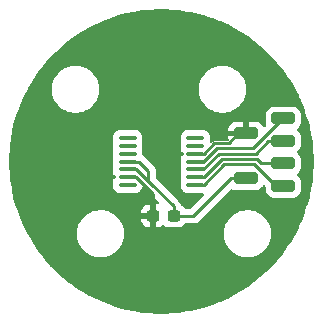
<source format=gbr>
%TF.GenerationSoftware,KiCad,Pcbnew,9.0.4*%
%TF.CreationDate,2025-10-04T22:45:10-03:00*%
%TF.ProjectId,encoder_magnetico,656e636f-6465-4725-9f6d-61676e657469,rev?*%
%TF.SameCoordinates,Original*%
%TF.FileFunction,Copper,L1,Top*%
%TF.FilePolarity,Positive*%
%FSLAX46Y46*%
G04 Gerber Fmt 4.6, Leading zero omitted, Abs format (unit mm)*
G04 Created by KiCad (PCBNEW 9.0.4) date 2025-10-04 22:45:10*
%MOMM*%
%LPD*%
G01*
G04 APERTURE LIST*
G04 Aperture macros list*
%AMRoundRect*
0 Rectangle with rounded corners*
0 $1 Rounding radius*
0 $2 $3 $4 $5 $6 $7 $8 $9 X,Y pos of 4 corners*
0 Add a 4 corners polygon primitive as box body*
4,1,4,$2,$3,$4,$5,$6,$7,$8,$9,$2,$3,0*
0 Add four circle primitives for the rounded corners*
1,1,$1+$1,$2,$3*
1,1,$1+$1,$4,$5*
1,1,$1+$1,$6,$7*
1,1,$1+$1,$8,$9*
0 Add four rect primitives between the rounded corners*
20,1,$1+$1,$2,$3,$4,$5,0*
20,1,$1+$1,$4,$5,$6,$7,0*
20,1,$1+$1,$6,$7,$8,$9,0*
20,1,$1+$1,$8,$9,$2,$3,0*%
G04 Aperture macros list end*
%TA.AperFunction,SMDPad,CuDef*%
%ADD10RoundRect,0.250000X-0.750000X0.250000X-0.750000X-0.250000X0.750000X-0.250000X0.750000X0.250000X0*%
%TD*%
%TA.AperFunction,SMDPad,CuDef*%
%ADD11RoundRect,0.100000X0.637500X0.100000X-0.637500X0.100000X-0.637500X-0.100000X0.637500X-0.100000X0*%
%TD*%
%TA.AperFunction,SMDPad,CuDef*%
%ADD12RoundRect,0.237500X0.300000X0.237500X-0.300000X0.237500X-0.300000X-0.237500X0.300000X-0.237500X0*%
%TD*%
%TA.AperFunction,ViaPad*%
%ADD13C,0.800000*%
%TD*%
%TA.AperFunction,Conductor*%
%ADD14C,0.250000*%
%TD*%
G04 APERTURE END LIST*
D10*
%TO.P,MI,1,Pin_1*%
%TO.N,MISO*%
X60325000Y-48260000D03*
%TD*%
D11*
%TO.P,U1,1,~{CS}*%
%TO.N,CS*%
X52862500Y-51950000D03*
%TO.P,U1,2,CLK*%
%TO.N,CLK*%
X52862500Y-51300000D03*
%TO.P,U1,3,MISO*%
%TO.N,MISO*%
X52862500Y-50650000D03*
%TO.P,U1,4,MOSI*%
%TO.N,MOSI*%
X52862500Y-50000000D03*
%TO.P,U1,5,TST*%
%TO.N,GND*%
X52862500Y-49350000D03*
%TO.P,U1,6,B*%
%TO.N,unconnected-(U1-B-Pad6)*%
X52862500Y-48700000D03*
%TO.P,U1,7,A*%
%TO.N,unconnected-(U1-A-Pad7)*%
X52862500Y-48050000D03*
%TO.P,U1,8,W/PWM*%
%TO.N,unconnected-(U1-W{slash}PWM-Pad8)*%
X47137500Y-48050000D03*
%TO.P,U1,9,V*%
%TO.N,unconnected-(U1-V-Pad9)*%
X47137500Y-48700000D03*
%TO.P,U1,10,U*%
%TO.N,unconnected-(U1-U-Pad10)*%
X47137500Y-49350000D03*
%TO.P,U1,11,VDD*%
%TO.N,3v3*%
X47137500Y-50000000D03*
%TO.P,U1,12,VDD3V3*%
X47137500Y-50650000D03*
%TO.P,U1,13,GND*%
%TO.N,GND*%
X47137500Y-51300000D03*
%TO.P,U1,14,I/PWM*%
%TO.N,unconnected-(U1-I{slash}PWM-Pad14)*%
X47137500Y-51950000D03*
%TD*%
D10*
%TO.P,CK,1,Pin_1*%
%TO.N,CLK*%
X60325000Y-50165000D03*
%TD*%
%TO.P,CS,1,Pin_1*%
%TO.N,CS*%
X60325000Y-52070000D03*
%TD*%
%TO.P,GND,1,Pin_1*%
%TO.N,GND*%
X57150000Y-47625000D03*
%TD*%
%TO.P,3V3,1,Pin_1*%
%TO.N,3v3*%
X57150000Y-51435000D03*
%TD*%
D12*
%TO.P,C1,1*%
%TO.N,3v3*%
X51027500Y-54610000D03*
%TO.P,C1,2*%
%TO.N,GND*%
X49302500Y-54610000D03*
%TD*%
D10*
%TO.P,MO,1,Pin_1*%
%TO.N,MOSI*%
X60325000Y-46355000D03*
%TD*%
D13*
%TO.N,GND*%
X43180000Y-49530000D03*
X50800000Y-45085000D03*
X47625000Y-59055000D03*
%TD*%
D14*
%TO.N,3v3*%
X48895000Y-51670000D02*
X49095000Y-51870000D01*
X48895000Y-50800000D02*
X48895000Y-51670000D01*
X47874999Y-50650000D02*
X47137500Y-50650000D01*
X55880000Y-51435000D02*
X57150000Y-51435000D01*
X49095000Y-51870000D02*
X47874999Y-50650000D01*
X52705000Y-54610000D02*
X55880000Y-51435000D01*
X51027500Y-53802501D02*
X49095000Y-51870000D01*
X47137500Y-50000000D02*
X48095000Y-50000000D01*
X48095000Y-50000000D02*
X48895000Y-50800000D01*
X51027500Y-54610000D02*
X51027500Y-53802501D01*
X51027500Y-54610000D02*
X52705000Y-54610000D01*
%TO.N,GND*%
X53567416Y-49350000D02*
X54472416Y-48445000D01*
X47874999Y-51300000D02*
X49302500Y-52727501D01*
X47137500Y-51300000D02*
X47874999Y-51300000D01*
X55695000Y-48445000D02*
X56515000Y-47625000D01*
X56515000Y-47625000D02*
X57150000Y-47625000D01*
X49302500Y-52727501D02*
X49302500Y-54610000D01*
X54472416Y-48445000D02*
X55695000Y-48445000D01*
X52862500Y-49350000D02*
X53567416Y-49350000D01*
%TO.N,MOSI*%
X57785000Y-48895000D02*
X60325000Y-46355000D01*
X53553812Y-50000000D02*
X54658812Y-48895000D01*
X52862500Y-50000000D02*
X53553812Y-50000000D01*
X54658812Y-48895000D02*
X57785000Y-48895000D01*
%TO.N,MISO*%
X59056396Y-48260000D02*
X60325000Y-48260000D01*
X53553812Y-50650000D02*
X54858812Y-49345000D01*
X54858812Y-49345000D02*
X57971396Y-49345000D01*
X52862500Y-50650000D02*
X53553812Y-50650000D01*
X57971396Y-49345000D02*
X59056396Y-48260000D01*
%TO.N,CLK*%
X52862500Y-51300000D02*
X53599999Y-51300000D01*
X53599999Y-51300000D02*
X55104999Y-49795000D01*
X58050000Y-49795000D02*
X58420000Y-50165000D01*
X55104999Y-49795000D02*
X58050000Y-49795000D01*
X58420000Y-50165000D02*
X60325000Y-50165000D01*
%TO.N,CS*%
X52862500Y-51950000D02*
X53586395Y-51950000D01*
X55291395Y-50245000D02*
X57863604Y-50245000D01*
X53586395Y-51950000D02*
X55291395Y-50245000D01*
X57863604Y-50245000D02*
X59688604Y-52070000D01*
X59688604Y-52070000D02*
X60325000Y-52070000D01*
%TD*%
%TA.AperFunction,Conductor*%
%TO.N,GND*%
G36*
X50265134Y-37104932D02*
G01*
X50265638Y-37104939D01*
X50361860Y-37106276D01*
X50366470Y-37106429D01*
X50925768Y-37135741D01*
X50927562Y-37135850D01*
X51051379Y-37144470D01*
X51055609Y-37144839D01*
X51595901Y-37201626D01*
X51598249Y-37201897D01*
X51736710Y-37219311D01*
X51740520Y-37219852D01*
X52267838Y-37303371D01*
X52270527Y-37303829D01*
X52415498Y-37330316D01*
X52418878Y-37330984D01*
X52937254Y-37441169D01*
X52940500Y-37441904D01*
X53006305Y-37457751D01*
X53085221Y-37476755D01*
X53088278Y-37477532D01*
X53601220Y-37614975D01*
X53604652Y-37615950D01*
X53743327Y-37657622D01*
X53745866Y-37658416D01*
X54256644Y-37824378D01*
X54260514Y-37825707D01*
X54386582Y-37871371D01*
X54388486Y-37872082D01*
X54901380Y-38068963D01*
X54905545Y-38070650D01*
X55010391Y-38115365D01*
X55012181Y-38116145D01*
X55168784Y-38185869D01*
X55533108Y-38348076D01*
X55537511Y-38350143D01*
X55608794Y-38385347D01*
X55610056Y-38385980D01*
X56149704Y-38660945D01*
X56154399Y-38663467D01*
X56168360Y-38671356D01*
X56169346Y-38671918D01*
X56737178Y-38999756D01*
X56742677Y-39003126D01*
X57303651Y-39367427D01*
X57308967Y-39371080D01*
X57787351Y-39718647D01*
X57850084Y-39764225D01*
X57855229Y-39768172D01*
X57910410Y-39812857D01*
X58375034Y-40189102D01*
X58379970Y-40193318D01*
X58877020Y-40640863D01*
X58881729Y-40645332D01*
X59354667Y-41118270D01*
X59359136Y-41122979D01*
X59785829Y-41596870D01*
X59786671Y-41597815D01*
X59812264Y-41626829D01*
X59815638Y-41630820D01*
X60189071Y-42091971D01*
X60190111Y-42093274D01*
X60246649Y-42165044D01*
X60249561Y-42168892D01*
X60580483Y-42624366D01*
X60581685Y-42626049D01*
X60651090Y-42725006D01*
X60653565Y-42728673D01*
X60950382Y-43185733D01*
X60951707Y-43187818D01*
X61024398Y-43304790D01*
X61026465Y-43308240D01*
X61293838Y-43771345D01*
X61295245Y-43773849D01*
X61365508Y-43902332D01*
X61367199Y-43905533D01*
X61607904Y-44377942D01*
X61609352Y-44380879D01*
X61673441Y-44515322D01*
X61674776Y-44518218D01*
X61785722Y-44767407D01*
X61890578Y-45002919D01*
X61892006Y-45006258D01*
X61914298Y-45060609D01*
X61947266Y-45140990D01*
X61948304Y-45143606D01*
X62140329Y-45643848D01*
X62141728Y-45647680D01*
X62186235Y-45776098D01*
X62187003Y-45778386D01*
X62356038Y-46298622D01*
X62357346Y-46302909D01*
X62389593Y-46415896D01*
X62390129Y-46417833D01*
X62536748Y-46965023D01*
X62537918Y-46969763D01*
X62556827Y-47053370D01*
X62557172Y-47054943D01*
X62681735Y-47640965D01*
X62682724Y-47646159D01*
X62687389Y-47673867D01*
X62687583Y-47675056D01*
X62788633Y-48313059D01*
X62789481Y-48319495D01*
X62859396Y-48984692D01*
X62859905Y-48991164D01*
X62894910Y-49659086D01*
X62895080Y-49665576D01*
X62895080Y-50334423D01*
X62894910Y-50340913D01*
X62859905Y-51008835D01*
X62859396Y-51015307D01*
X62789481Y-51680504D01*
X62788633Y-51686940D01*
X62687583Y-52324942D01*
X62687389Y-52326131D01*
X62682724Y-52353839D01*
X62681735Y-52359033D01*
X62557172Y-52945055D01*
X62556827Y-52946628D01*
X62537918Y-53030235D01*
X62536748Y-53034975D01*
X62390129Y-53582165D01*
X62389593Y-53584102D01*
X62357346Y-53697089D01*
X62356038Y-53701376D01*
X62187003Y-54221612D01*
X62186235Y-54223900D01*
X62141728Y-54352318D01*
X62140329Y-54356150D01*
X61948304Y-54856392D01*
X61947266Y-54859008D01*
X61892024Y-54993698D01*
X61890578Y-54997079D01*
X61674788Y-55481753D01*
X61673441Y-55484676D01*
X61609352Y-55619119D01*
X61607904Y-55622056D01*
X61367199Y-56094465D01*
X61365508Y-56097666D01*
X61295245Y-56226149D01*
X61293838Y-56228653D01*
X61026465Y-56691758D01*
X61024398Y-56695208D01*
X60951707Y-56812180D01*
X60950382Y-56814265D01*
X60653565Y-57271325D01*
X60651090Y-57274992D01*
X60581685Y-57373949D01*
X60580483Y-57375632D01*
X60249561Y-57831106D01*
X60246649Y-57834954D01*
X60190111Y-57906724D01*
X60189071Y-57908027D01*
X59815638Y-58369178D01*
X59812265Y-58373168D01*
X59786672Y-58402183D01*
X59785829Y-58403129D01*
X59359136Y-58877020D01*
X59354667Y-58881729D01*
X58881729Y-59354667D01*
X58877020Y-59359136D01*
X58379970Y-59806681D01*
X58375034Y-59810897D01*
X57855235Y-60231822D01*
X57850084Y-60235774D01*
X57308984Y-60628907D01*
X57303634Y-60632584D01*
X56742695Y-60996862D01*
X56737160Y-61000254D01*
X56169358Y-61328073D01*
X56168358Y-61328644D01*
X56154396Y-61336533D01*
X56149691Y-61339060D01*
X55610084Y-61614004D01*
X55608698Y-61614699D01*
X55537556Y-61649834D01*
X55533082Y-61651934D01*
X55012181Y-61883853D01*
X55010391Y-61884633D01*
X54905576Y-61929335D01*
X54901369Y-61931039D01*
X54388610Y-62127870D01*
X54386401Y-62128694D01*
X54260555Y-62174277D01*
X54256644Y-62175620D01*
X53745912Y-62341567D01*
X53743280Y-62342390D01*
X53604731Y-62384025D01*
X53601138Y-62385046D01*
X53088283Y-62522464D01*
X53085221Y-62523243D01*
X52940504Y-62558093D01*
X52937254Y-62558829D01*
X52418935Y-62669002D01*
X52415441Y-62669693D01*
X52270624Y-62696152D01*
X52267735Y-62696644D01*
X51740578Y-62780137D01*
X51736653Y-62780695D01*
X51598329Y-62798091D01*
X51595818Y-62798381D01*
X51055669Y-62855153D01*
X51051319Y-62855533D01*
X50927719Y-62864138D01*
X50925597Y-62864267D01*
X50366549Y-62893566D01*
X50361783Y-62893724D01*
X50265134Y-62895068D01*
X50263410Y-62895080D01*
X49675441Y-62895080D01*
X49670268Y-62894972D01*
X49669247Y-62894929D01*
X49621871Y-62892951D01*
X49620556Y-62892889D01*
X48991165Y-62859905D01*
X48984692Y-62859396D01*
X48319495Y-62789481D01*
X48313059Y-62788633D01*
X47652460Y-62684004D01*
X47646077Y-62682821D01*
X46991859Y-62543763D01*
X46985546Y-62542248D01*
X46339473Y-62369133D01*
X46333249Y-62367289D01*
X45697149Y-62160608D01*
X45691029Y-62158441D01*
X45094187Y-61929335D01*
X45068888Y-61919623D01*
X45067883Y-61919232D01*
X45065096Y-61918133D01*
X45060149Y-61916058D01*
X44500723Y-61666986D01*
X44499361Y-61666369D01*
X44433319Y-61636006D01*
X44428821Y-61633828D01*
X43917258Y-61373174D01*
X43915637Y-61372332D01*
X43865966Y-61346060D01*
X43818234Y-61320812D01*
X43814213Y-61318588D01*
X43336501Y-61042782D01*
X43334522Y-61041615D01*
X43265854Y-61000254D01*
X43221753Y-60973691D01*
X43218209Y-60971473D01*
X42766715Y-60678269D01*
X42764467Y-60676774D01*
X42645805Y-60595988D01*
X42642738Y-60593831D01*
X42374372Y-60398851D01*
X42212647Y-60281351D01*
X42210161Y-60279496D01*
X42092252Y-60189238D01*
X42089589Y-60187141D01*
X41677824Y-59853702D01*
X41675168Y-59851488D01*
X41562953Y-59755243D01*
X41560754Y-59753310D01*
X41409419Y-59617048D01*
X41164710Y-59396710D01*
X41161848Y-59394051D01*
X41060077Y-59296438D01*
X41058277Y-59294674D01*
X40675477Y-58911874D01*
X40672484Y-58908775D01*
X40586043Y-58816108D01*
X40584623Y-58814559D01*
X40214170Y-58403129D01*
X40211958Y-58400672D01*
X40208887Y-58397129D01*
X40143774Y-58319042D01*
X40142787Y-58317840D01*
X39775824Y-57864678D01*
X39772695Y-57860647D01*
X39750726Y-57831106D01*
X39738537Y-57814715D01*
X39737781Y-57813687D01*
X39371068Y-57308950D01*
X39367427Y-57303651D01*
X39003126Y-56742677D01*
X38999756Y-56737178D01*
X38665326Y-56157927D01*
X38662228Y-56152222D01*
X38605255Y-56040406D01*
X38578635Y-55988162D01*
X42846414Y-55988162D01*
X42846414Y-56250417D01*
X42873037Y-56452629D01*
X42880644Y-56510406D01*
X42948516Y-56763708D01*
X42948519Y-56763718D01*
X43048867Y-57005980D01*
X43048872Y-57005990D01*
X43179989Y-57233093D01*
X43339632Y-57441141D01*
X43339640Y-57441150D01*
X43525054Y-57626564D01*
X43525062Y-57626571D01*
X43733110Y-57786214D01*
X43960213Y-57917331D01*
X43960223Y-57917336D01*
X44202485Y-58017684D01*
X44202495Y-58017688D01*
X44455798Y-58085560D01*
X44715794Y-58119790D01*
X44715801Y-58119790D01*
X44978027Y-58119790D01*
X44978034Y-58119790D01*
X45238030Y-58085560D01*
X45491333Y-58017688D01*
X45733611Y-57917333D01*
X45960717Y-57786214D01*
X46168765Y-57626572D01*
X46168769Y-57626567D01*
X46168774Y-57626564D01*
X46354188Y-57441150D01*
X46354191Y-57441145D01*
X46354196Y-57441141D01*
X46513838Y-57233093D01*
X46644957Y-57005987D01*
X46745312Y-56763709D01*
X46813184Y-56510406D01*
X46847414Y-56250410D01*
X46847414Y-55988170D01*
X46847413Y-55988162D01*
X55266156Y-55988162D01*
X55266156Y-56250417D01*
X55292779Y-56452629D01*
X55300386Y-56510406D01*
X55368258Y-56763708D01*
X55368261Y-56763718D01*
X55468609Y-57005980D01*
X55468614Y-57005990D01*
X55599731Y-57233093D01*
X55759374Y-57441141D01*
X55759382Y-57441150D01*
X55944796Y-57626564D01*
X55944804Y-57626571D01*
X56152852Y-57786214D01*
X56379955Y-57917331D01*
X56379965Y-57917336D01*
X56622227Y-58017684D01*
X56622237Y-58017688D01*
X56875540Y-58085560D01*
X57135536Y-58119790D01*
X57135543Y-58119790D01*
X57397769Y-58119790D01*
X57397776Y-58119790D01*
X57657772Y-58085560D01*
X57911075Y-58017688D01*
X58153353Y-57917333D01*
X58380459Y-57786214D01*
X58588507Y-57626572D01*
X58588511Y-57626567D01*
X58588516Y-57626564D01*
X58773930Y-57441150D01*
X58773933Y-57441145D01*
X58773938Y-57441141D01*
X58933580Y-57233093D01*
X59064699Y-57005987D01*
X59165054Y-56763709D01*
X59232926Y-56510406D01*
X59267156Y-56250410D01*
X59267156Y-55988170D01*
X59232926Y-55728174D01*
X59165054Y-55474871D01*
X59146445Y-55429944D01*
X59064702Y-55232599D01*
X59064697Y-55232589D01*
X58933580Y-55005486D01*
X58773937Y-54797438D01*
X58773930Y-54797430D01*
X58588516Y-54612016D01*
X58588507Y-54612008D01*
X58380459Y-54452365D01*
X58153356Y-54321248D01*
X58153346Y-54321243D01*
X57911084Y-54220895D01*
X57911077Y-54220893D01*
X57911075Y-54220892D01*
X57657772Y-54153020D01*
X57599995Y-54145413D01*
X57397783Y-54118790D01*
X57397776Y-54118790D01*
X57135536Y-54118790D01*
X57135528Y-54118790D01*
X56904428Y-54149216D01*
X56875540Y-54153020D01*
X56622237Y-54220892D01*
X56622227Y-54220895D01*
X56379965Y-54321243D01*
X56379955Y-54321248D01*
X56152852Y-54452365D01*
X55944804Y-54612008D01*
X55759374Y-54797438D01*
X55599731Y-55005486D01*
X55468614Y-55232589D01*
X55468609Y-55232599D01*
X55368261Y-55474861D01*
X55368258Y-55474871D01*
X55338616Y-55585499D01*
X55300386Y-55728175D01*
X55266156Y-55988162D01*
X46847413Y-55988162D01*
X46813184Y-55728174D01*
X46745312Y-55474871D01*
X46726703Y-55429944D01*
X46644960Y-55232599D01*
X46644955Y-55232589D01*
X46513838Y-55005486D01*
X46430327Y-54896654D01*
X48265001Y-54896654D01*
X48275319Y-54997652D01*
X48329546Y-55161300D01*
X48329551Y-55161311D01*
X48420052Y-55308034D01*
X48420055Y-55308038D01*
X48541961Y-55429944D01*
X48541965Y-55429947D01*
X48688688Y-55520448D01*
X48688699Y-55520453D01*
X48852347Y-55574680D01*
X48953351Y-55584999D01*
X49052500Y-55584998D01*
X49052500Y-54860000D01*
X48265001Y-54860000D01*
X48265001Y-54896654D01*
X46430327Y-54896654D01*
X46420713Y-54884125D01*
X46401440Y-54859008D01*
X46354196Y-54797439D01*
X46354195Y-54797438D01*
X46354188Y-54797430D01*
X46168774Y-54612016D01*
X46168765Y-54612008D01*
X45960717Y-54452365D01*
X45917792Y-54427583D01*
X45737246Y-54323345D01*
X48265000Y-54323345D01*
X48265000Y-54360000D01*
X49052500Y-54360000D01*
X49052500Y-53634999D01*
X48953360Y-53635000D01*
X48953344Y-53635001D01*
X48852347Y-53645319D01*
X48688699Y-53699546D01*
X48688688Y-53699551D01*
X48541965Y-53790052D01*
X48541961Y-53790055D01*
X48420055Y-53911961D01*
X48420052Y-53911965D01*
X48329551Y-54058688D01*
X48329546Y-54058699D01*
X48275319Y-54222347D01*
X48265000Y-54323345D01*
X45737246Y-54323345D01*
X45733614Y-54321248D01*
X45733604Y-54321243D01*
X45491342Y-54220895D01*
X45491335Y-54220893D01*
X45491333Y-54220892D01*
X45238030Y-54153020D01*
X45180253Y-54145413D01*
X44978041Y-54118790D01*
X44978034Y-54118790D01*
X44715794Y-54118790D01*
X44715786Y-54118790D01*
X44484686Y-54149216D01*
X44455798Y-54153020D01*
X44202495Y-54220892D01*
X44202485Y-54220895D01*
X43960223Y-54321243D01*
X43960213Y-54321248D01*
X43733110Y-54452365D01*
X43525062Y-54612008D01*
X43339632Y-54797438D01*
X43179989Y-55005486D01*
X43048872Y-55232589D01*
X43048867Y-55232599D01*
X42948519Y-55474861D01*
X42948516Y-55474871D01*
X42918874Y-55585499D01*
X42880644Y-55728175D01*
X42846414Y-55988162D01*
X38578635Y-55988162D01*
X38530635Y-55893958D01*
X38358565Y-55556253D01*
X38355787Y-55550427D01*
X38083734Y-54939386D01*
X38081252Y-54933393D01*
X37896603Y-54452366D01*
X37841553Y-54308958D01*
X37839391Y-54302850D01*
X37812995Y-54221612D01*
X37632706Y-53666739D01*
X37630866Y-53660526D01*
X37626791Y-53645319D01*
X37470905Y-53063543D01*
X37470542Y-53062155D01*
X37469991Y-53059998D01*
X37454367Y-52998864D01*
X37453246Y-52994075D01*
X37332965Y-52428196D01*
X37332635Y-52426585D01*
X37312102Y-52322411D01*
X37311300Y-52317899D01*
X37224592Y-51770444D01*
X37224307Y-51768536D01*
X37206363Y-51640285D01*
X37205855Y-51636136D01*
X37149420Y-51099194D01*
X37149183Y-51096676D01*
X37137314Y-50954702D01*
X37137066Y-50951061D01*
X37109205Y-50419440D01*
X37109092Y-50416622D01*
X37104968Y-50268301D01*
X37104920Y-50264855D01*
X37104920Y-49735143D01*
X37104968Y-49731697D01*
X37105932Y-49697019D01*
X37109092Y-49583370D01*
X37109205Y-49580567D01*
X37137067Y-49048929D01*
X37137313Y-49045306D01*
X37149184Y-48903305D01*
X37149418Y-48900824D01*
X37205857Y-48363848D01*
X37206361Y-48359728D01*
X37224311Y-48231432D01*
X37224586Y-48229594D01*
X37275103Y-47910638D01*
X45899500Y-47910638D01*
X45899500Y-48189363D01*
X45914953Y-48306753D01*
X45914956Y-48306762D01*
X45923566Y-48327550D01*
X45931033Y-48397019D01*
X45923566Y-48422450D01*
X45914957Y-48443234D01*
X45914955Y-48443239D01*
X45899500Y-48560638D01*
X45899500Y-48839363D01*
X45914953Y-48956753D01*
X45914957Y-48956765D01*
X45923566Y-48977550D01*
X45931033Y-49047019D01*
X45923566Y-49072450D01*
X45914957Y-49093234D01*
X45914955Y-49093239D01*
X45899500Y-49210638D01*
X45899500Y-49489363D01*
X45914953Y-49606753D01*
X45914957Y-49606765D01*
X45923566Y-49627550D01*
X45931033Y-49697019D01*
X45923566Y-49722450D01*
X45914957Y-49743234D01*
X45914955Y-49743239D01*
X45899500Y-49860638D01*
X45899500Y-50139363D01*
X45914953Y-50256753D01*
X45914957Y-50256765D01*
X45923566Y-50277550D01*
X45931033Y-50347019D01*
X45923566Y-50372450D01*
X45914957Y-50393234D01*
X45914955Y-50393239D01*
X45899500Y-50510638D01*
X45899500Y-50789363D01*
X45914953Y-50906753D01*
X45914956Y-50906762D01*
X45923837Y-50928203D01*
X45931304Y-50997673D01*
X45923838Y-51023103D01*
X45915443Y-51043370D01*
X45907987Y-51100000D01*
X45950500Y-51100000D01*
X45979880Y-51108627D01*
X46009818Y-51115108D01*
X46013930Y-51118625D01*
X46017539Y-51119685D01*
X46038094Y-51136231D01*
X46043888Y-51142014D01*
X46071718Y-51178282D01*
X46108540Y-51206536D01*
X46114246Y-51212231D01*
X46127304Y-51236088D01*
X46143341Y-51258052D01*
X46143831Y-51266284D01*
X46147792Y-51273521D01*
X46145878Y-51300651D01*
X46147496Y-51327798D01*
X46143457Y-51334989D01*
X46142877Y-51343217D01*
X46126599Y-51365006D01*
X46113283Y-51388719D01*
X46102146Y-51398369D01*
X46071718Y-51421718D01*
X46071717Y-51421719D01*
X46071716Y-51421720D01*
X46048875Y-51451487D01*
X45992447Y-51492690D01*
X45950500Y-51500000D01*
X45907990Y-51500000D01*
X45907988Y-51500001D01*
X45915441Y-51556622D01*
X45915445Y-51556634D01*
X45923837Y-51576895D01*
X45931304Y-51646364D01*
X45923838Y-51671794D01*
X45914956Y-51693238D01*
X45914955Y-51693239D01*
X45899500Y-51810638D01*
X45899500Y-52089363D01*
X45914953Y-52206753D01*
X45914956Y-52206762D01*
X45974596Y-52350747D01*
X45975464Y-52352841D01*
X46071718Y-52478282D01*
X46197159Y-52574536D01*
X46343238Y-52635044D01*
X46460639Y-52650500D01*
X47814360Y-52650499D01*
X47814363Y-52650499D01*
X47931753Y-52635046D01*
X47931757Y-52635044D01*
X47931762Y-52635044D01*
X48077841Y-52574536D01*
X48203282Y-52478282D01*
X48299536Y-52352841D01*
X48343835Y-52245893D01*
X48364422Y-52220345D01*
X48384085Y-52194080D01*
X48386233Y-52193278D01*
X48387674Y-52191491D01*
X48418817Y-52181125D01*
X48449549Y-52169663D01*
X48451790Y-52170150D01*
X48453968Y-52169426D01*
X48485761Y-52177540D01*
X48517822Y-52184515D01*
X48520271Y-52186348D01*
X48521668Y-52186705D01*
X48546049Y-52205645D01*
X48546072Y-52205662D01*
X48696267Y-52355858D01*
X48696269Y-52355859D01*
X48703338Y-52362928D01*
X49765785Y-53425376D01*
X49799270Y-53486699D01*
X49794286Y-53556391D01*
X49752414Y-53612324D01*
X49686950Y-53636741D01*
X49665503Y-53636415D01*
X49651659Y-53635000D01*
X49552500Y-53635000D01*
X49552500Y-55584999D01*
X49651640Y-55584999D01*
X49651654Y-55584998D01*
X49752652Y-55574680D01*
X49916300Y-55520453D01*
X49916311Y-55520448D01*
X50063035Y-55429947D01*
X50076960Y-55416021D01*
X50138282Y-55382533D01*
X50207973Y-55387514D01*
X50252327Y-55416017D01*
X50266650Y-55430340D01*
X50413484Y-55520908D01*
X50577247Y-55575174D01*
X50678323Y-55585500D01*
X51376676Y-55585499D01*
X51376684Y-55585498D01*
X51376687Y-55585498D01*
X51432030Y-55579844D01*
X51477753Y-55575174D01*
X51641516Y-55520908D01*
X51788350Y-55430340D01*
X51910340Y-55308350D01*
X51918942Y-55294404D01*
X51970890Y-55247679D01*
X52024481Y-55235500D01*
X52766607Y-55235500D01*
X52827029Y-55223481D01*
X52887452Y-55211463D01*
X52920792Y-55197652D01*
X53001286Y-55164312D01*
X53052509Y-55130084D01*
X53103733Y-55095858D01*
X53190858Y-55008733D01*
X53190859Y-55008731D01*
X53197925Y-55001665D01*
X53197927Y-55001661D01*
X55856162Y-52343427D01*
X55917483Y-52309944D01*
X55987175Y-52314928D01*
X56008938Y-52325572D01*
X56080657Y-52369809D01*
X56080660Y-52369810D01*
X56080666Y-52369814D01*
X56247203Y-52424999D01*
X56349991Y-52435500D01*
X57950008Y-52435499D01*
X58052797Y-52424999D01*
X58219334Y-52369814D01*
X58368656Y-52277712D01*
X58492712Y-52153656D01*
X58561058Y-52042849D01*
X58578349Y-52027296D01*
X58592287Y-52008678D01*
X58603839Y-52004369D01*
X58613006Y-51996124D01*
X58635961Y-51992388D01*
X58657751Y-51984261D01*
X58669797Y-51986881D01*
X58681968Y-51984901D01*
X58703299Y-51994169D01*
X58726024Y-51999113D01*
X58741720Y-52010863D01*
X58746051Y-52012745D01*
X58754278Y-52020264D01*
X58788181Y-52054167D01*
X58821666Y-52115490D01*
X58824500Y-52141847D01*
X58824500Y-52370000D01*
X58824501Y-52370019D01*
X58835000Y-52472796D01*
X58835001Y-52472799D01*
X58890185Y-52639331D01*
X58890187Y-52639336D01*
X58897073Y-52650500D01*
X58982288Y-52788656D01*
X59106344Y-52912712D01*
X59255666Y-53004814D01*
X59422203Y-53059999D01*
X59524991Y-53070500D01*
X61125008Y-53070499D01*
X61227797Y-53059999D01*
X61394334Y-53004814D01*
X61543656Y-52912712D01*
X61667712Y-52788656D01*
X61759814Y-52639334D01*
X61814999Y-52472797D01*
X61825500Y-52370009D01*
X61825499Y-51769992D01*
X61814999Y-51667203D01*
X61759814Y-51500666D01*
X61667712Y-51351344D01*
X61543656Y-51227288D01*
X61536766Y-51223038D01*
X61490042Y-51171093D01*
X61478819Y-51102130D01*
X61506662Y-51038048D01*
X61536765Y-51011961D01*
X61543656Y-51007712D01*
X61667712Y-50883656D01*
X61759814Y-50734334D01*
X61814999Y-50567797D01*
X61825500Y-50465009D01*
X61825499Y-49864992D01*
X61825054Y-49860639D01*
X61814999Y-49762203D01*
X61814998Y-49762200D01*
X61793182Y-49696364D01*
X61759814Y-49595666D01*
X61667712Y-49446344D01*
X61543656Y-49322288D01*
X61536766Y-49318038D01*
X61490042Y-49266093D01*
X61478819Y-49197130D01*
X61506662Y-49133048D01*
X61536765Y-49106961D01*
X61543656Y-49102712D01*
X61667712Y-48978656D01*
X61759814Y-48829334D01*
X61814999Y-48662797D01*
X61825500Y-48560009D01*
X61825499Y-47959992D01*
X61820457Y-47910638D01*
X61814999Y-47857203D01*
X61814998Y-47857200D01*
X61802021Y-47818039D01*
X61759814Y-47690666D01*
X61667712Y-47541344D01*
X61543656Y-47417288D01*
X61536766Y-47413038D01*
X61490042Y-47361093D01*
X61478819Y-47292130D01*
X61506662Y-47228048D01*
X61536765Y-47201961D01*
X61543656Y-47197712D01*
X61667712Y-47073656D01*
X61759814Y-46924334D01*
X61814999Y-46757797D01*
X61825500Y-46655009D01*
X61825499Y-46054992D01*
X61814999Y-45952203D01*
X61759814Y-45785666D01*
X61667712Y-45636344D01*
X61543656Y-45512288D01*
X61394334Y-45420186D01*
X61227797Y-45365001D01*
X61227795Y-45365000D01*
X61125010Y-45354500D01*
X59524998Y-45354500D01*
X59524981Y-45354501D01*
X59422203Y-45365000D01*
X59422200Y-45365001D01*
X59255668Y-45420185D01*
X59255663Y-45420187D01*
X59106342Y-45512289D01*
X58982289Y-45636342D01*
X58890187Y-45785663D01*
X58890185Y-45785668D01*
X58862349Y-45869670D01*
X58835001Y-45952203D01*
X58835001Y-45952204D01*
X58835000Y-45952204D01*
X58824500Y-46054983D01*
X58824500Y-46655001D01*
X58824501Y-46655019D01*
X58835000Y-46757796D01*
X58835002Y-46757803D01*
X58861370Y-46837378D01*
X58861905Y-46852942D01*
X58867348Y-46867535D01*
X58863081Y-46887148D01*
X58863771Y-46907207D01*
X58855601Y-46921530D01*
X58852496Y-46935808D01*
X58831345Y-46964062D01*
X58754446Y-47040961D01*
X58693123Y-47074446D01*
X58623431Y-47069462D01*
X58567498Y-47027590D01*
X58561226Y-47018376D01*
X58492317Y-46906656D01*
X58368345Y-46782684D01*
X58219124Y-46690643D01*
X58219119Y-46690641D01*
X58052697Y-46635494D01*
X58052690Y-46635493D01*
X57949986Y-46625000D01*
X57400000Y-46625000D01*
X57400000Y-47501000D01*
X57380315Y-47568039D01*
X57327511Y-47613794D01*
X57276000Y-47625000D01*
X57150000Y-47625000D01*
X57150000Y-47751000D01*
X57130315Y-47818039D01*
X57077511Y-47863794D01*
X57026000Y-47875000D01*
X55650001Y-47875000D01*
X55650001Y-47924986D01*
X55660493Y-48027695D01*
X55686606Y-48106495D01*
X55689008Y-48176324D01*
X55653277Y-48236366D01*
X55590756Y-48267559D01*
X55568900Y-48269500D01*
X54597201Y-48269500D01*
X54536783Y-48281518D01*
X54476360Y-48293537D01*
X54476358Y-48293537D01*
X54476357Y-48293538D01*
X54476355Y-48293538D01*
X54444431Y-48306762D01*
X54362525Y-48340688D01*
X54362520Y-48340690D01*
X54311303Y-48374913D01*
X54311301Y-48374916D01*
X54280933Y-48395207D01*
X54214256Y-48416084D01*
X54146876Y-48397599D01*
X54100186Y-48345620D01*
X54089010Y-48276650D01*
X54089078Y-48276120D01*
X54100500Y-48189361D01*
X54100499Y-47910640D01*
X54100499Y-47910638D01*
X54100499Y-47910636D01*
X54085046Y-47793246D01*
X54085044Y-47793239D01*
X54085044Y-47793238D01*
X54024536Y-47647159D01*
X53928282Y-47521718D01*
X53802841Y-47425464D01*
X53783102Y-47417288D01*
X53656762Y-47364956D01*
X53656760Y-47364955D01*
X53539370Y-47349501D01*
X53539367Y-47349500D01*
X53539361Y-47349500D01*
X53539354Y-47349500D01*
X52185636Y-47349500D01*
X52068246Y-47364953D01*
X52068237Y-47364956D01*
X51922160Y-47425463D01*
X51796718Y-47521718D01*
X51700463Y-47647160D01*
X51639956Y-47793237D01*
X51639955Y-47793239D01*
X51624500Y-47910638D01*
X51624500Y-48189363D01*
X51639953Y-48306753D01*
X51639956Y-48306762D01*
X51648566Y-48327550D01*
X51656033Y-48397019D01*
X51648566Y-48422450D01*
X51639957Y-48443234D01*
X51639955Y-48443239D01*
X51624500Y-48560638D01*
X51624500Y-48839363D01*
X51639953Y-48956753D01*
X51639956Y-48956762D01*
X51648837Y-48978203D01*
X51656304Y-49047673D01*
X51648838Y-49073103D01*
X51640443Y-49093370D01*
X51632987Y-49150000D01*
X51675500Y-49150000D01*
X51704880Y-49158627D01*
X51734818Y-49165108D01*
X51738930Y-49168625D01*
X51742539Y-49169685D01*
X51763094Y-49186231D01*
X51768888Y-49192014D01*
X51796718Y-49228282D01*
X51833540Y-49256536D01*
X51839246Y-49262231D01*
X51852304Y-49286088D01*
X51868341Y-49308052D01*
X51868831Y-49316284D01*
X51872792Y-49323521D01*
X51870878Y-49350651D01*
X51872496Y-49377798D01*
X51868457Y-49384989D01*
X51867877Y-49393217D01*
X51851599Y-49415006D01*
X51838283Y-49438719D01*
X51827146Y-49448369D01*
X51796718Y-49471718D01*
X51796717Y-49471719D01*
X51796716Y-49471720D01*
X51773875Y-49501487D01*
X51717447Y-49542690D01*
X51675500Y-49550000D01*
X51632990Y-49550000D01*
X51632988Y-49550001D01*
X51640441Y-49606622D01*
X51640445Y-49606634D01*
X51648837Y-49626895D01*
X51656304Y-49696364D01*
X51648838Y-49721794D01*
X51639956Y-49743238D01*
X51639955Y-49743239D01*
X51624500Y-49860638D01*
X51624500Y-50139363D01*
X51639953Y-50256753D01*
X51639957Y-50256765D01*
X51648566Y-50277550D01*
X51656033Y-50347019D01*
X51648566Y-50372450D01*
X51639957Y-50393234D01*
X51639955Y-50393239D01*
X51624500Y-50510638D01*
X51624500Y-50789363D01*
X51639953Y-50906753D01*
X51639957Y-50906765D01*
X51648566Y-50927550D01*
X51656033Y-50997019D01*
X51648566Y-51022450D01*
X51639957Y-51043234D01*
X51639955Y-51043239D01*
X51624500Y-51160638D01*
X51624500Y-51439363D01*
X51639953Y-51556753D01*
X51639957Y-51556765D01*
X51648566Y-51577550D01*
X51656033Y-51647019D01*
X51648566Y-51672450D01*
X51639957Y-51693234D01*
X51639955Y-51693239D01*
X51624500Y-51810638D01*
X51624500Y-52089363D01*
X51639953Y-52206753D01*
X51639956Y-52206762D01*
X51699596Y-52350747D01*
X51700464Y-52352841D01*
X51796718Y-52478282D01*
X51922159Y-52574536D01*
X52068238Y-52635044D01*
X52185639Y-52650500D01*
X53480548Y-52650499D01*
X53547587Y-52670184D01*
X53593342Y-52722987D01*
X53603286Y-52792146D01*
X53574261Y-52855702D01*
X53568229Y-52862180D01*
X52482229Y-53948181D01*
X52420906Y-53981666D01*
X52394548Y-53984500D01*
X52024481Y-53984500D01*
X51957442Y-53964815D01*
X51918942Y-53925596D01*
X51910534Y-53911965D01*
X51910340Y-53911650D01*
X51788350Y-53789660D01*
X51788346Y-53789657D01*
X51691109Y-53729680D01*
X51644384Y-53677732D01*
X51634589Y-53648336D01*
X51628963Y-53620049D01*
X51581811Y-53506215D01*
X51581810Y-53506214D01*
X51581807Y-53506208D01*
X51513358Y-53403768D01*
X51513355Y-53403764D01*
X51421914Y-53312323D01*
X51421891Y-53312302D01*
X49585198Y-51475608D01*
X49585195Y-51475605D01*
X49580859Y-51471269D01*
X49580858Y-51471267D01*
X49571005Y-51461414D01*
X49556816Y-51447224D01*
X49538906Y-51414421D01*
X49523334Y-51385904D01*
X49523333Y-51385901D01*
X49523333Y-51385896D01*
X49520500Y-51359546D01*
X49520500Y-50738679D01*
X49520500Y-50738394D01*
X49519692Y-50734334D01*
X49507791Y-50674500D01*
X49496463Y-50617548D01*
X49464874Y-50541286D01*
X49449312Y-50503715D01*
X49425146Y-50467549D01*
X49380858Y-50401267D01*
X49380856Y-50401264D01*
X49290637Y-50311045D01*
X49290606Y-50311016D01*
X48588502Y-49608912D01*
X48580860Y-49601270D01*
X48580858Y-49601267D01*
X48493733Y-49514142D01*
X48430241Y-49471718D01*
X48424358Y-49467787D01*
X48418659Y-49462887D01*
X48403582Y-49439625D01*
X48385803Y-49418351D01*
X48383914Y-49409278D01*
X48380658Y-49404255D01*
X48380616Y-49393438D01*
X48375499Y-49368861D01*
X48375499Y-49210638D01*
X48372277Y-49186170D01*
X48360044Y-49093238D01*
X48360042Y-49093234D01*
X48354391Y-49079592D01*
X48351434Y-49072454D01*
X48343965Y-49002986D01*
X48351435Y-48977545D01*
X48360044Y-48956762D01*
X48375500Y-48839361D01*
X48375499Y-48560640D01*
X48360044Y-48443238D01*
X48360042Y-48443234D01*
X48351435Y-48422455D01*
X48343965Y-48352986D01*
X48351435Y-48327545D01*
X48360044Y-48306762D01*
X48375500Y-48189361D01*
X48375499Y-47910640D01*
X48375499Y-47910638D01*
X48375499Y-47910636D01*
X48360046Y-47793246D01*
X48360044Y-47793239D01*
X48360044Y-47793238D01*
X48299536Y-47647159D01*
X48203282Y-47521718D01*
X48077841Y-47425464D01*
X48058102Y-47417288D01*
X47931762Y-47364956D01*
X47931760Y-47364955D01*
X47814370Y-47349501D01*
X47814367Y-47349500D01*
X47814361Y-47349500D01*
X47814354Y-47349500D01*
X46460636Y-47349500D01*
X46343246Y-47364953D01*
X46343237Y-47364956D01*
X46197160Y-47425463D01*
X46071718Y-47521718D01*
X45975463Y-47647160D01*
X45914956Y-47793237D01*
X45914955Y-47793239D01*
X45899500Y-47910638D01*
X37275103Y-47910638D01*
X37311303Y-47682082D01*
X37312098Y-47677606D01*
X37332645Y-47573361D01*
X37332951Y-47571866D01*
X37385421Y-47325013D01*
X55650000Y-47325013D01*
X55650000Y-47375000D01*
X56900000Y-47375000D01*
X56900000Y-46625000D01*
X56350028Y-46625000D01*
X56350012Y-46625001D01*
X56247302Y-46635494D01*
X56080880Y-46690641D01*
X56080875Y-46690643D01*
X55931654Y-46782684D01*
X55807684Y-46906654D01*
X55715643Y-47055875D01*
X55715641Y-47055880D01*
X55660494Y-47222302D01*
X55660493Y-47222309D01*
X55650000Y-47325013D01*
X37385421Y-47325013D01*
X37453251Y-47005901D01*
X37454361Y-47001156D01*
X37470576Y-46937712D01*
X37470883Y-46936539D01*
X37630872Y-46339452D01*
X37632703Y-46333270D01*
X37839399Y-45697125D01*
X37841549Y-45691053D01*
X38081258Y-45066589D01*
X38083728Y-45060626D01*
X38355794Y-44449557D01*
X38358558Y-44443761D01*
X38662236Y-43847761D01*
X38665317Y-43842087D01*
X38718725Y-43749582D01*
X40732844Y-43749582D01*
X40732844Y-44011837D01*
X40759467Y-44214049D01*
X40767074Y-44271826D01*
X40834946Y-44525128D01*
X40834949Y-44525138D01*
X40935297Y-44767400D01*
X40935302Y-44767410D01*
X41066419Y-44994513D01*
X41226062Y-45202561D01*
X41226070Y-45202570D01*
X41411484Y-45387984D01*
X41411492Y-45387991D01*
X41619540Y-45547634D01*
X41846643Y-45678751D01*
X41846653Y-45678756D01*
X42081658Y-45776098D01*
X42088925Y-45779108D01*
X42342228Y-45846980D01*
X42602224Y-45881210D01*
X42602231Y-45881210D01*
X42864457Y-45881210D01*
X42864464Y-45881210D01*
X43124460Y-45846980D01*
X43377763Y-45779108D01*
X43620041Y-45678753D01*
X43847147Y-45547634D01*
X44055195Y-45387992D01*
X44055199Y-45387987D01*
X44055204Y-45387984D01*
X44240618Y-45202570D01*
X44240621Y-45202565D01*
X44240626Y-45202561D01*
X44400268Y-44994513D01*
X44531387Y-44767407D01*
X44631742Y-44525129D01*
X44699614Y-44271826D01*
X44733844Y-44011830D01*
X44733844Y-43749590D01*
X44733843Y-43749582D01*
X53152586Y-43749582D01*
X53152586Y-44011837D01*
X53179209Y-44214049D01*
X53186816Y-44271826D01*
X53254688Y-44525128D01*
X53254691Y-44525138D01*
X53355039Y-44767400D01*
X53355044Y-44767410D01*
X53486161Y-44994513D01*
X53645804Y-45202561D01*
X53645812Y-45202570D01*
X53831226Y-45387984D01*
X53831234Y-45387991D01*
X54039282Y-45547634D01*
X54266385Y-45678751D01*
X54266395Y-45678756D01*
X54501400Y-45776098D01*
X54508667Y-45779108D01*
X54761970Y-45846980D01*
X55021966Y-45881210D01*
X55021973Y-45881210D01*
X55284199Y-45881210D01*
X55284206Y-45881210D01*
X55544202Y-45846980D01*
X55797505Y-45779108D01*
X56039783Y-45678753D01*
X56266889Y-45547634D01*
X56474937Y-45387992D01*
X56474941Y-45387987D01*
X56474946Y-45387984D01*
X56660360Y-45202570D01*
X56660363Y-45202565D01*
X56660368Y-45202561D01*
X56820010Y-44994513D01*
X56951129Y-44767407D01*
X57051484Y-44525129D01*
X57119356Y-44271826D01*
X57153586Y-44011830D01*
X57153586Y-43749590D01*
X57119356Y-43489594D01*
X57051484Y-43236291D01*
X57030542Y-43185733D01*
X56951132Y-42994019D01*
X56951127Y-42994009D01*
X56820010Y-42766906D01*
X56660367Y-42558858D01*
X56660360Y-42558850D01*
X56474946Y-42373436D01*
X56474937Y-42373428D01*
X56266889Y-42213785D01*
X56039786Y-42082668D01*
X56039776Y-42082663D01*
X55797514Y-41982315D01*
X55797507Y-41982313D01*
X55797505Y-41982312D01*
X55544202Y-41914440D01*
X55486425Y-41906833D01*
X55284213Y-41880210D01*
X55284206Y-41880210D01*
X55021966Y-41880210D01*
X55021958Y-41880210D01*
X54790858Y-41910636D01*
X54761970Y-41914440D01*
X54508667Y-41982312D01*
X54508657Y-41982315D01*
X54266395Y-42082663D01*
X54266385Y-42082668D01*
X54039282Y-42213785D01*
X53831234Y-42373428D01*
X53645804Y-42558858D01*
X53486161Y-42766906D01*
X53355044Y-42994009D01*
X53355039Y-42994019D01*
X53254691Y-43236281D01*
X53254688Y-43236291D01*
X53186816Y-43489595D01*
X53152586Y-43749582D01*
X44733843Y-43749582D01*
X44699614Y-43489594D01*
X44631742Y-43236291D01*
X44610800Y-43185733D01*
X44531390Y-42994019D01*
X44531385Y-42994009D01*
X44400268Y-42766906D01*
X44240625Y-42558858D01*
X44240618Y-42558850D01*
X44055204Y-42373436D01*
X44055195Y-42373428D01*
X43847147Y-42213785D01*
X43620044Y-42082668D01*
X43620034Y-42082663D01*
X43377772Y-41982315D01*
X43377765Y-41982313D01*
X43377763Y-41982312D01*
X43124460Y-41914440D01*
X43066683Y-41906833D01*
X42864471Y-41880210D01*
X42864464Y-41880210D01*
X42602224Y-41880210D01*
X42602216Y-41880210D01*
X42371116Y-41910636D01*
X42342228Y-41914440D01*
X42088925Y-41982312D01*
X42088915Y-41982315D01*
X41846653Y-42082663D01*
X41846643Y-42082668D01*
X41619540Y-42213785D01*
X41411492Y-42373428D01*
X41226062Y-42558858D01*
X41066419Y-42766906D01*
X40935302Y-42994009D01*
X40935297Y-42994019D01*
X40834949Y-43236281D01*
X40834946Y-43236291D01*
X40767074Y-43489595D01*
X40732844Y-43749582D01*
X38718725Y-43749582D01*
X38999766Y-43262804D01*
X39003115Y-43257339D01*
X39367438Y-42696330D01*
X39371068Y-42691049D01*
X39737872Y-42186187D01*
X39738420Y-42185441D01*
X39772738Y-42139294D01*
X39775786Y-42135368D01*
X40142912Y-41682004D01*
X40143664Y-41681089D01*
X40208930Y-41602818D01*
X40211920Y-41599368D01*
X40584727Y-41185324D01*
X40585937Y-41184005D01*
X40672510Y-41091195D01*
X40675419Y-41088183D01*
X41058380Y-40705222D01*
X41059981Y-40703653D01*
X41161921Y-40605878D01*
X41164667Y-40603327D01*
X41560851Y-40246602D01*
X41562858Y-40244837D01*
X41675250Y-40148440D01*
X41677736Y-40146369D01*
X42089625Y-39812828D01*
X42092181Y-39810815D01*
X42210240Y-39720442D01*
X42212569Y-39718704D01*
X42642825Y-39406105D01*
X42645710Y-39404076D01*
X42764519Y-39323188D01*
X42766615Y-39321795D01*
X43218288Y-39028475D01*
X43221668Y-39026360D01*
X43334676Y-38958291D01*
X43336369Y-38957293D01*
X43814251Y-38681388D01*
X43818176Y-38679217D01*
X43915838Y-38627560D01*
X43917020Y-38626946D01*
X44428864Y-38366148D01*
X44433275Y-38364012D01*
X44499614Y-38333514D01*
X44500494Y-38333115D01*
X45060201Y-38083917D01*
X45065066Y-38081877D01*
X45068275Y-38080613D01*
X45068517Y-38080518D01*
X45691045Y-37841552D01*
X45697121Y-37839400D01*
X46333270Y-37632703D01*
X46339452Y-37630872D01*
X46985567Y-37457745D01*
X46991837Y-37456241D01*
X47646079Y-37317177D01*
X47652460Y-37315995D01*
X48313084Y-37211362D01*
X48319465Y-37210521D01*
X48984728Y-37140600D01*
X48991132Y-37140096D01*
X49620774Y-37107097D01*
X49621715Y-37107053D01*
X49663825Y-37105296D01*
X49670271Y-37105028D01*
X49675438Y-37104920D01*
X50263412Y-37104920D01*
X50265134Y-37104932D01*
G37*
%TD.AperFunction*%
%TD*%
M02*

</source>
